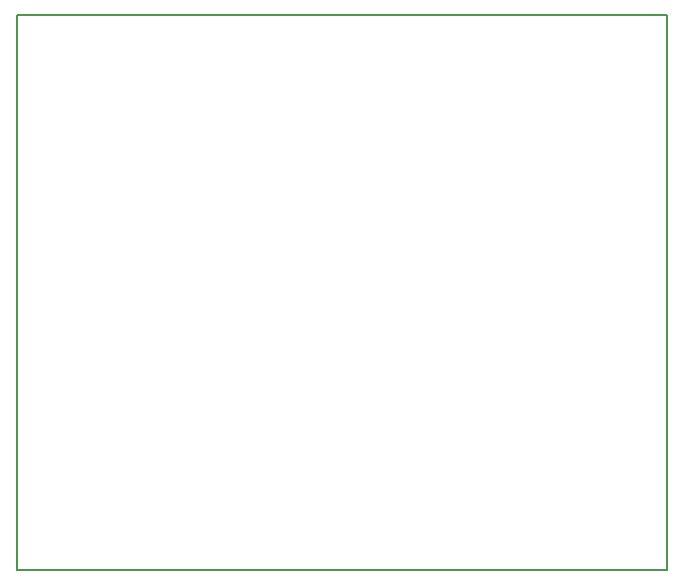
<source format=gm1>
G04 #@! TF.GenerationSoftware,KiCad,Pcbnew,8.0.6*
G04 #@! TF.CreationDate,2024-12-29T09:39:42-05:00*
G04 #@! TF.ProjectId,Beagley-ai-2CAN,42656167-6c65-4792-9d61-692d3243414e,rev?*
G04 #@! TF.SameCoordinates,Original*
G04 #@! TF.FileFunction,Profile,NP*
%FSLAX46Y46*%
G04 Gerber Fmt 4.6, Leading zero omitted, Abs format (unit mm)*
G04 Created by KiCad (PCBNEW 8.0.6) date 2024-12-29 09:39:42*
%MOMM*%
%LPD*%
G01*
G04 APERTURE LIST*
G04 #@! TA.AperFunction,Profile*
%ADD10C,0.150000*%
G04 #@! TD*
G04 APERTURE END LIST*
D10*
X75600000Y-77550000D02*
X75600000Y-30550000D01*
X130600000Y-77550000D02*
X75600000Y-77550000D01*
X130600000Y-30550000D02*
X75600000Y-30550000D01*
X130600000Y-30550000D02*
X130600000Y-77550000D01*
M02*

</source>
